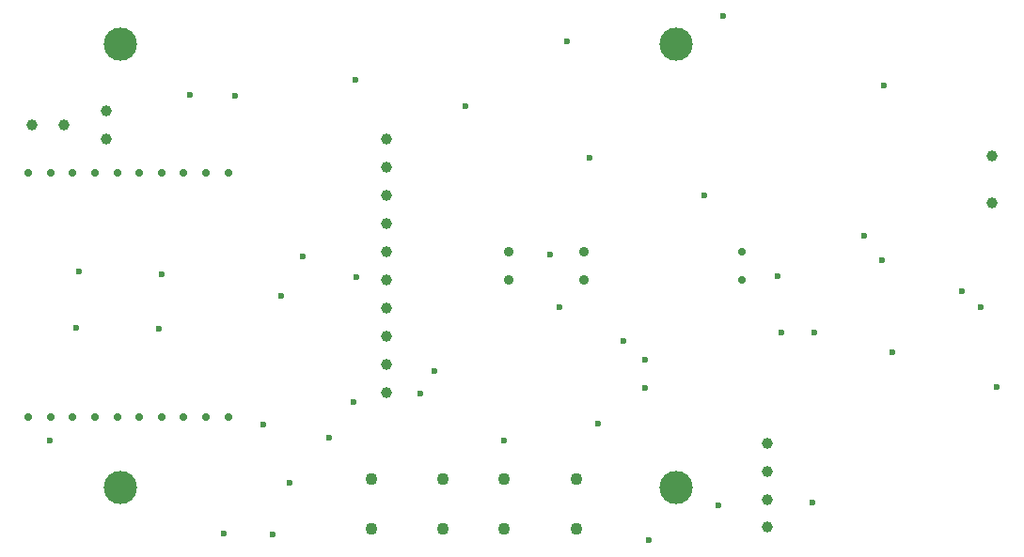
<source format=gbr>
%TF.GenerationSoftware,KiCad,Pcbnew,7.0.5*%
%TF.CreationDate,2023-12-19T11:10:52+01:00*%
%TF.ProjectId,RemoteDevice,52656d6f-7465-4446-9576-6963652e6b69,rev?*%
%TF.SameCoordinates,Original*%
%TF.FileFunction,Plated,1,2,PTH,Drill*%
%TF.FilePolarity,Positive*%
%FSLAX46Y46*%
G04 Gerber Fmt 4.6, Leading zero omitted, Abs format (unit mm)*
G04 Created by KiCad (PCBNEW 7.0.5) date 2023-12-19 11:10:52*
%MOMM*%
%LPD*%
G01*
G04 APERTURE LIST*
%TA.AperFunction,ViaDrill*%
%ADD10C,0.600000*%
%TD*%
%TA.AperFunction,ComponentDrill*%
%ADD11C,0.700000*%
%TD*%
%TA.AperFunction,ComponentDrill*%
%ADD12C,0.900000*%
%TD*%
%TA.AperFunction,ComponentDrill*%
%ADD13C,1.000000*%
%TD*%
%TA.AperFunction,ComponentDrill*%
%ADD14C,1.100000*%
%TD*%
%TA.AperFunction,ViaDrill*%
%ADD15C,3.000000*%
%TD*%
G04 APERTURE END LIST*
D10*
X32650000Y-104750000D03*
X35050000Y-94550000D03*
X35250000Y-89500000D03*
X42450000Y-94700000D03*
X42700000Y-89800000D03*
X45250000Y-73600000D03*
X48300000Y-113150000D03*
X49300000Y-73650000D03*
X51900000Y-103300000D03*
X52750000Y-113250000D03*
X53500000Y-91750000D03*
X54250000Y-108550000D03*
X55400000Y-88150000D03*
X57750000Y-104500000D03*
X60000000Y-101250000D03*
X60200000Y-72250000D03*
X60250000Y-90000000D03*
X66000000Y-100500000D03*
X67250000Y-98500000D03*
X70100000Y-74600000D03*
X73500000Y-104750000D03*
X77700000Y-87950000D03*
X78500000Y-92750000D03*
X79250000Y-68750000D03*
X81250000Y-79250000D03*
X82000000Y-103250000D03*
X84250000Y-95750000D03*
X86250000Y-97500000D03*
X86250000Y-100000000D03*
X86550000Y-113750000D03*
X91600000Y-82650000D03*
X92850000Y-110600000D03*
X93250000Y-66500000D03*
X98150000Y-89900000D03*
X98500000Y-95000000D03*
X101350000Y-110350000D03*
X101500000Y-95000000D03*
X106000000Y-86250000D03*
X107550000Y-88450000D03*
X107750000Y-72750000D03*
X108500000Y-96750000D03*
X114750000Y-91250000D03*
X116500000Y-92750000D03*
X117900000Y-99950000D03*
D11*
%TO.C,U10*%
X30705000Y-80655000D03*
X30705000Y-102655000D03*
X32705000Y-80655000D03*
X32705000Y-102655000D03*
X34705000Y-80655000D03*
X34705000Y-102655000D03*
X36705000Y-80655000D03*
X36705000Y-102655000D03*
X38705000Y-80655000D03*
X38705000Y-102655000D03*
X40705000Y-80655000D03*
X40705000Y-102655000D03*
X42705000Y-80655000D03*
X42705000Y-102655000D03*
X44705000Y-80655000D03*
X44705000Y-102655000D03*
X46705000Y-80655000D03*
X46705000Y-102655000D03*
X48705000Y-80655000D03*
X48705000Y-102655000D03*
%TO.C,U7*%
X95000000Y-87730000D03*
X95000000Y-90270000D03*
D12*
%TO.C,D1*%
X74000000Y-87735000D03*
X74000000Y-90275000D03*
%TO.C,D2*%
X80750000Y-87710000D03*
X80750000Y-90250000D03*
D13*
%TO.C,J3*%
X31000000Y-76336500D03*
%TO.C,U6*%
X33894000Y-76300000D03*
X37704000Y-75030000D03*
X37704000Y-77570000D03*
X62994000Y-77570000D03*
X62994000Y-80110000D03*
X62994000Y-82650000D03*
X62994000Y-85190000D03*
X62994000Y-87730000D03*
X62994000Y-90270000D03*
X62994000Y-92810000D03*
X62994000Y-95350000D03*
X62994000Y-97890000D03*
X62994000Y-100430000D03*
%TO.C,U9*%
X97224000Y-104964000D03*
X97224000Y-107504000D03*
X97224000Y-110044000D03*
X97224000Y-112576000D03*
%TO.C,J1*%
X117500000Y-79063500D03*
%TO.C,J2*%
X117500000Y-83313500D03*
D14*
%TO.C,SW1*%
X61576000Y-108190000D03*
X61576000Y-112690000D03*
X68076000Y-108190000D03*
X68076000Y-112690000D03*
%TO.C,SW2*%
X73576000Y-108190000D03*
X73576000Y-112690000D03*
X80076000Y-108190000D03*
X80076000Y-112690000D03*
%TD*%
D15*
X39000000Y-69000000D03*
X39000000Y-109000000D03*
X89000000Y-69000000D03*
X89000000Y-109000000D03*
M02*

</source>
